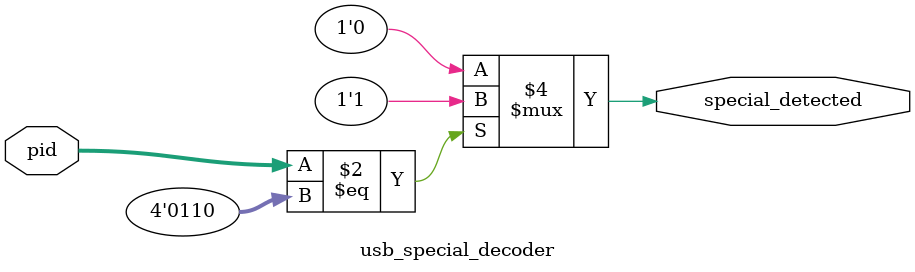
<source format=sv>
/*
 * USB PID Decoder - Top Module
 * IEEE 1364-2005 Verilog standard
 * Hierarchical design with dedicated sub-modules for each PID type
 */
module usb_pid_decoder (
    input  wire [3:0] pid,
    output wire token_type,
    output wire data_type,
    output wire handshake_type, 
    output wire special_type,
    output wire [1:0] pid_type
);
    // Internal signals
    wire [3:0] pid_to_decoders;
    
    // Assign PID to internal signals for distribution to sub-modules
    assign pid_to_decoders = pid;
    
    // Extract and assign PID type directly
    assign pid_type = pid[1:0];
    
    // Instantiate specialized decoders for each PID type
    usb_token_decoder u_token_decoder (
        .pid(pid_to_decoders),
        .token_detected(token_type)
    );
    
    usb_data_decoder u_data_decoder (
        .pid(pid_to_decoders),
        .data_detected(data_type)
    );
    
    usb_handshake_decoder u_handshake_decoder (
        .pid(pid_to_decoders),
        .handshake_detected(handshake_type)
    );
    
    usb_special_decoder u_special_decoder (
        .pid(pid_to_decoders),
        .special_detected(special_type)
    );
    
endmodule

/*
 * USB Token Decoder Sub-module
 * Decodes and identifies TOKEN type PIDs
 */
module usb_token_decoder (
    input  wire [3:0] pid,
    output reg  token_detected
);
    // Token PID values
    localparam OUT   = 4'b0001;
    localparam IN    = 4'b1001;
    localparam SOF   = 4'b0101;
    localparam SETUP = 4'b1101;
    
    always @(*) begin
        if ((pid == OUT) || (pid == IN) || (pid == SOF) || (pid == SETUP)) begin
            token_detected = 1'b1;
        end
        else begin
            token_detected = 1'b0;
        end
    end
endmodule

/*
 * USB Data Decoder Sub-module
 * Decodes and identifies DATA type PIDs
 */
module usb_data_decoder (
    input  wire [3:0] pid,
    output reg  data_detected
);
    // Data PID values
    localparam DATA0 = 4'b0011;
    localparam DATA1 = 4'b1011;
    
    always @(*) begin
        if ((pid == DATA0) || (pid == DATA1)) begin
            data_detected = 1'b1;
        end
        else begin
            data_detected = 1'b0;
        end
    end
endmodule

/*
 * USB Handshake Decoder Sub-module
 * Decodes and identifies HANDSHAKE type PIDs
 */
module usb_handshake_decoder (
    input  wire [3:0] pid,
    output reg  handshake_detected
);
    // Handshake PID values
    localparam ACK = 4'b0010;
    localparam NAK = 4'b1010;
    
    always @(*) begin
        if ((pid == ACK) || (pid == NAK)) begin
            handshake_detected = 1'b1;
        end
        else begin
            handshake_detected = 1'b0;
        end
    end
endmodule

/*
 * USB Special Decoder Sub-module
 * Decodes and identifies SPECIAL type PIDs
 */
module usb_special_decoder (
    input  wire [3:0] pid,
    output reg  special_detected
);
    // Special PID values
    localparam SPLIT = 4'b0110;
    
    always @(*) begin
        if (pid == SPLIT) begin
            special_detected = 1'b1;
        end
        else begin
            special_detected = 1'b0;
        end
    end
endmodule
</source>
